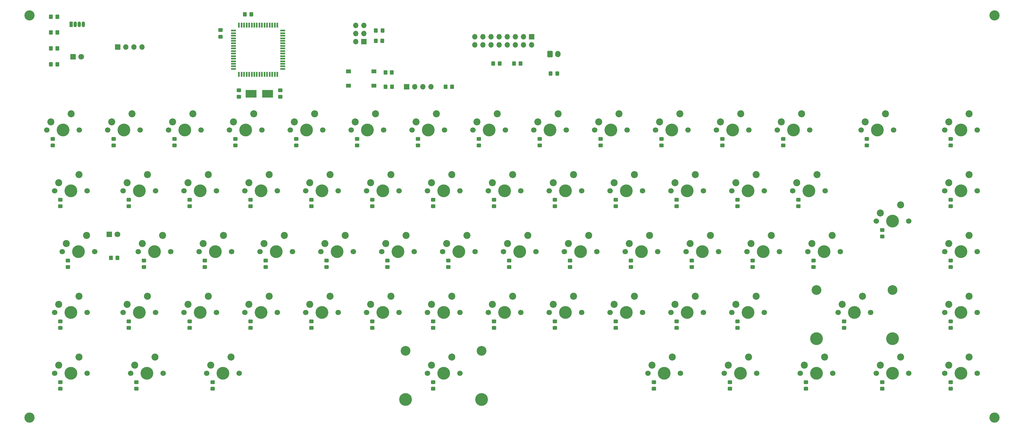
<source format=gbr>
G04 #@! TF.GenerationSoftware,KiCad,Pcbnew,7.0.9*
G04 #@! TF.CreationDate,2023-11-26T15:51:43+00:00*
G04 #@! TF.ProjectId,rosco_m68k_keyboard-2,726f7363-6f5f-46d3-9638-6b5f6b657962,0*
G04 #@! TF.SameCoordinates,Original*
G04 #@! TF.FileFunction,Soldermask,Bot*
G04 #@! TF.FilePolarity,Negative*
%FSLAX46Y46*%
G04 Gerber Fmt 4.6, Leading zero omitted, Abs format (unit mm)*
G04 Created by KiCad (PCBNEW 7.0.9) date 2023-11-26 15:51:43*
%MOMM*%
%LPD*%
G01*
G04 APERTURE LIST*
G04 Aperture macros list*
%AMRoundRect*
0 Rectangle with rounded corners*
0 $1 Rounding radius*
0 $2 $3 $4 $5 $6 $7 $8 $9 X,Y pos of 4 corners*
0 Add a 4 corners polygon primitive as box body*
4,1,4,$2,$3,$4,$5,$6,$7,$8,$9,$2,$3,0*
0 Add four circle primitives for the rounded corners*
1,1,$1+$1,$2,$3*
1,1,$1+$1,$4,$5*
1,1,$1+$1,$6,$7*
1,1,$1+$1,$8,$9*
0 Add four rect primitives between the rounded corners*
20,1,$1+$1,$2,$3,$4,$5,0*
20,1,$1+$1,$4,$5,$6,$7,0*
20,1,$1+$1,$6,$7,$8,$9,0*
20,1,$1+$1,$8,$9,$2,$3,0*%
G04 Aperture macros list end*
%ADD10R,1.700000X1.700000*%
%ADD11O,1.700000X1.700000*%
%ADD12RoundRect,0.250000X0.325000X0.450000X-0.325000X0.450000X-0.325000X-0.450000X0.325000X-0.450000X0*%
%ADD13RoundRect,0.250000X-0.600000X-0.750000X0.600000X-0.750000X0.600000X0.750000X-0.600000X0.750000X0*%
%ADD14O,1.700000X2.000000*%
%ADD15RoundRect,0.250000X0.350000X0.450000X-0.350000X0.450000X-0.350000X-0.450000X0.350000X-0.450000X0*%
%ADD16R,1.800000X1.800000*%
%ADD17C,1.800000*%
%ADD18R,1.070000X1.800000*%
%ADD19O,1.070000X1.800000*%
%ADD20R,1.500000X0.550000*%
%ADD21R,0.550000X1.500000*%
%ADD22C,1.700000*%
%ADD23C,4.000000*%
%ADD24C,2.200000*%
%ADD25C,3.200000*%
%ADD26C,3.050000*%
%ADD27RoundRect,0.250000X0.450000X-0.325000X0.450000X0.325000X-0.450000X0.325000X-0.450000X-0.325000X0*%
%ADD28RoundRect,0.250000X-0.325000X-0.450000X0.325000X-0.450000X0.325000X0.450000X-0.325000X0.450000X0*%
%ADD29R,1.550000X1.300000*%
%ADD30R,3.500000X2.400000*%
G04 APERTURE END LIST*
D10*
X170495600Y-95145800D03*
D11*
X167955600Y-95145800D03*
X170495600Y-92605800D03*
X167955600Y-92605800D03*
X170495600Y-90065800D03*
X167955600Y-90065800D03*
D12*
X228975000Y-105100000D03*
X231025000Y-105100000D03*
D13*
X228750000Y-99000000D03*
D14*
X231250000Y-99000000D03*
D15*
X196132200Y-109221400D03*
X198132200Y-109221400D03*
X179337400Y-109221400D03*
X177337400Y-109221400D03*
X179261200Y-104728400D03*
X177261200Y-104728400D03*
X74583000Y-97227300D03*
X72583000Y-97227300D03*
X74583000Y-92261200D03*
X72583000Y-92261200D03*
X74583000Y-87295100D03*
X72583000Y-87295100D03*
D16*
X90855000Y-155443300D03*
D17*
X93395000Y-155443300D03*
D15*
X72583000Y-102193500D03*
X74583000Y-102193500D03*
X93369600Y-162809300D03*
X91369600Y-162809300D03*
D10*
X223020000Y-93560000D03*
D11*
X223020000Y-96100000D03*
X220480000Y-93560000D03*
X220480000Y-96100000D03*
X217940000Y-93560000D03*
X217940000Y-96100000D03*
X215400000Y-93560000D03*
X215400000Y-96100000D03*
X212860000Y-93560000D03*
X212860000Y-96100000D03*
X210320000Y-93560000D03*
X210320000Y-96100000D03*
X207780000Y-93560000D03*
X207780000Y-96100000D03*
X205240000Y-93560000D03*
X205240000Y-96100000D03*
X101059800Y-96783700D03*
X98519800Y-96783700D03*
X95979800Y-96783700D03*
D10*
X93439800Y-96783700D03*
D11*
X191520000Y-109275000D03*
X188980000Y-109275000D03*
X186440000Y-109275000D03*
D10*
X183900000Y-109275000D03*
D18*
X78901200Y-89708100D03*
D19*
X80171200Y-89708100D03*
X81441200Y-89708100D03*
X82711200Y-89708100D03*
D16*
X79501200Y-99893500D03*
D17*
X82041200Y-99893500D03*
D20*
X145139000Y-91654500D03*
X145139000Y-92454500D03*
X145139000Y-93254500D03*
X145139000Y-94054500D03*
X145139000Y-94854500D03*
X145139000Y-95654500D03*
X145139000Y-96454500D03*
X145139000Y-97254500D03*
X145139000Y-98054500D03*
X145139000Y-98854500D03*
X145139000Y-99654500D03*
X145139000Y-100454500D03*
X145139000Y-101254500D03*
X145139000Y-102054500D03*
X145139000Y-102854500D03*
X145139000Y-103654500D03*
D21*
X143439000Y-105354500D03*
X142639000Y-105354500D03*
X141839000Y-105354500D03*
X141039000Y-105354500D03*
X140239000Y-105354500D03*
X139439000Y-105354500D03*
X138639000Y-105354500D03*
X137839000Y-105354500D03*
X137039000Y-105354500D03*
X136239000Y-105354500D03*
X135439000Y-105354500D03*
X134639000Y-105354500D03*
X133839000Y-105354500D03*
X133039000Y-105354500D03*
X132239000Y-105354500D03*
X131439000Y-105354500D03*
D20*
X129739000Y-103654500D03*
X129739000Y-102854500D03*
X129739000Y-102054500D03*
X129739000Y-101254500D03*
X129739000Y-100454500D03*
X129739000Y-99654500D03*
X129739000Y-98854500D03*
X129739000Y-98054500D03*
X129739000Y-97254500D03*
X129739000Y-96454500D03*
X129739000Y-95654500D03*
X129739000Y-94854500D03*
X129739000Y-94054500D03*
X129739000Y-93254500D03*
X129739000Y-92454500D03*
X129739000Y-91654500D03*
D21*
X131439000Y-89954500D03*
X132239000Y-89954500D03*
X133039000Y-89954500D03*
X133839000Y-89954500D03*
X134639000Y-89954500D03*
X135439000Y-89954500D03*
X136239000Y-89954500D03*
X137039000Y-89954500D03*
X137839000Y-89954500D03*
X138639000Y-89954500D03*
X139439000Y-89954500D03*
X140239000Y-89954500D03*
X141039000Y-89954500D03*
X141839000Y-89954500D03*
X142639000Y-89954500D03*
X143439000Y-89954500D03*
D22*
X71331200Y-122778700D03*
D23*
X76411200Y-122778700D03*
D22*
X81491200Y-122778700D03*
D24*
X78951200Y-117698700D03*
X72601200Y-120238700D03*
D25*
X367878700Y-86878700D03*
X367878700Y-212878700D03*
X65878700Y-212878700D03*
X65878700Y-86878700D03*
D22*
X195156200Y-160878700D03*
D23*
X200236200Y-160878700D03*
D22*
X205316200Y-160878700D03*
D24*
X202776200Y-155798700D03*
X196426200Y-158338700D03*
D22*
X121337400Y-198978700D03*
D23*
X126417400Y-198978700D03*
D22*
X131497400Y-198978700D03*
D24*
X128957400Y-193898700D03*
X122607400Y-196438700D03*
D22*
X171343700Y-179928700D03*
D23*
X176423700Y-179928700D03*
D22*
X181503700Y-179928700D03*
D24*
X178963700Y-174848700D03*
X172613700Y-177388700D03*
D22*
X90381200Y-122778700D03*
D23*
X95461200Y-122778700D03*
D22*
X100541200Y-122778700D03*
D24*
X98001200Y-117698700D03*
X91651200Y-120238700D03*
D22*
X259449900Y-198978700D03*
D23*
X264529900Y-198978700D03*
D22*
X269609900Y-198978700D03*
D24*
X267069900Y-193898700D03*
X260719900Y-196438700D03*
D22*
X252306200Y-160878700D03*
D23*
X257386200Y-160878700D03*
D22*
X262466200Y-160878700D03*
D24*
X259926200Y-155798700D03*
X253576200Y-158338700D03*
D22*
X152293700Y-179928700D03*
D23*
X157373700Y-179928700D03*
D22*
X162453700Y-179928700D03*
D24*
X159913700Y-174848700D03*
X153563700Y-177388700D03*
D22*
X247543700Y-179928700D03*
D23*
X252623700Y-179928700D03*
D22*
X257703700Y-179928700D03*
D24*
X255163700Y-174848700D03*
X248813700Y-177388700D03*
D22*
X176106200Y-160878700D03*
D23*
X181186200Y-160878700D03*
D22*
X186266200Y-160878700D03*
D24*
X183726200Y-155798700D03*
X177376200Y-158338700D03*
D22*
X138006200Y-160878700D03*
D23*
X143086200Y-160878700D03*
D22*
X148166200Y-160878700D03*
D24*
X145626200Y-155798700D03*
X139276200Y-158338700D03*
D22*
X266593700Y-141828700D03*
D23*
X271673700Y-141828700D03*
D22*
X276753700Y-141828700D03*
D24*
X274213700Y-136748700D03*
X267863700Y-139288700D03*
D22*
X352318700Y-141828700D03*
D23*
X357398700Y-141828700D03*
D22*
X362478700Y-141828700D03*
D24*
X359938700Y-136748700D03*
X353588700Y-139288700D03*
D22*
X171343700Y-141828700D03*
D23*
X176423700Y-141828700D03*
D22*
X181503700Y-141828700D03*
D24*
X178963700Y-136748700D03*
X172613700Y-139288700D03*
D22*
X280881200Y-122778700D03*
D23*
X285961200Y-122778700D03*
D22*
X291041200Y-122778700D03*
D24*
X288501200Y-117698700D03*
X282151200Y-120238700D03*
D22*
X128481200Y-122778700D03*
D23*
X133561200Y-122778700D03*
D22*
X138641200Y-122778700D03*
D24*
X136101200Y-117698700D03*
X129751200Y-120238700D03*
D22*
X326124900Y-122778700D03*
D23*
X331204900Y-122778700D03*
D22*
X336284900Y-122778700D03*
D24*
X333744900Y-117698700D03*
X327394900Y-120238700D03*
D22*
X204681200Y-122778700D03*
D23*
X209761200Y-122778700D03*
D22*
X214841200Y-122778700D03*
D24*
X212301200Y-117698700D03*
X205951200Y-120238700D03*
D22*
X73712400Y-198978700D03*
D23*
X78792400Y-198978700D03*
D22*
X83872400Y-198978700D03*
D24*
X81332400Y-193898700D03*
X74982400Y-196438700D03*
D22*
X307074900Y-198978700D03*
D23*
X312154900Y-198978700D03*
D22*
X317234900Y-198978700D03*
D24*
X314694900Y-193898700D03*
X308344900Y-196438700D03*
D22*
X209443700Y-179928700D03*
D23*
X214523700Y-179928700D03*
D22*
X219603700Y-179928700D03*
D24*
X217063700Y-174848700D03*
X210713700Y-177388700D03*
D22*
X190393700Y-141828700D03*
D23*
X195473700Y-141828700D03*
D22*
X200553700Y-141828700D03*
D24*
X198013700Y-136748700D03*
X191663700Y-139288700D03*
D22*
X73712400Y-141828700D03*
D23*
X78792400Y-141828700D03*
D22*
X83872400Y-141828700D03*
D24*
X81332400Y-136748700D03*
X74982400Y-139288700D03*
D22*
X76093700Y-160878700D03*
D23*
X81173700Y-160878700D03*
D22*
X86253700Y-160878700D03*
D24*
X83713700Y-155798700D03*
X77363700Y-158338700D03*
D22*
X228493700Y-179928700D03*
D23*
X233573700Y-179928700D03*
D22*
X238653700Y-179928700D03*
D24*
X236113700Y-174848700D03*
X229763700Y-177388700D03*
D22*
X95143700Y-141828700D03*
D23*
X100223700Y-141828700D03*
D22*
X105303700Y-141828700D03*
D24*
X102763700Y-136748700D03*
X96413700Y-139288700D03*
D22*
X114193700Y-179928700D03*
D23*
X119273700Y-179928700D03*
D22*
X124353700Y-179928700D03*
D24*
X121813700Y-174848700D03*
X115463700Y-177388700D03*
D22*
X223731200Y-122778700D03*
D23*
X228811200Y-122778700D03*
D22*
X233891200Y-122778700D03*
D24*
X231351200Y-117698700D03*
X225001200Y-120238700D03*
D22*
X190393700Y-179928700D03*
D23*
X195473700Y-179928700D03*
D22*
X200553700Y-179928700D03*
D24*
X198013700Y-174848700D03*
X191663700Y-177388700D03*
D22*
X166581200Y-122778700D03*
D23*
X171661200Y-122778700D03*
D22*
X176741200Y-122778700D03*
D24*
X174201200Y-117698700D03*
X167851200Y-120238700D03*
D22*
X95143700Y-179928700D03*
D23*
X100223700Y-179928700D03*
D22*
X105303700Y-179928700D03*
D24*
X102763700Y-174848700D03*
X96413700Y-177388700D03*
D22*
X309456200Y-160878700D03*
D23*
X314536200Y-160878700D03*
D22*
X319616200Y-160878700D03*
D24*
X317076200Y-155798700D03*
X310726200Y-158338700D03*
D22*
X109431200Y-122778700D03*
D23*
X114511200Y-122778700D03*
D22*
X119591200Y-122778700D03*
D24*
X117051200Y-117698700D03*
X110701200Y-120238700D03*
D26*
X183573700Y-191978700D03*
D23*
X183573700Y-207218700D03*
D22*
X190393700Y-198978700D03*
D23*
X195473700Y-198978700D03*
D22*
X200553700Y-198978700D03*
D26*
X207373700Y-191978700D03*
D23*
X207373700Y-207218700D03*
D24*
X198013700Y-193898700D03*
X191663700Y-196438700D03*
D22*
X214206200Y-160878700D03*
D23*
X219286200Y-160878700D03*
D22*
X224366200Y-160878700D03*
D24*
X221826200Y-155798700D03*
X215476200Y-158338700D03*
D22*
X352318700Y-198978700D03*
D23*
X357398700Y-198978700D03*
D22*
X362478700Y-198978700D03*
D24*
X359938700Y-193898700D03*
X353588700Y-196438700D03*
D22*
X283262400Y-198978700D03*
D23*
X288342400Y-198978700D03*
D22*
X293422400Y-198978700D03*
D24*
X290882400Y-193898700D03*
X284532400Y-196438700D03*
D22*
X352318700Y-160878700D03*
D23*
X357398700Y-160878700D03*
D22*
X362478700Y-160878700D03*
D24*
X359938700Y-155798700D03*
X353588700Y-158338700D03*
D22*
X247543700Y-141828700D03*
D23*
X252623700Y-141828700D03*
D22*
X257703700Y-141828700D03*
D24*
X255163700Y-136748700D03*
X248813700Y-139288700D03*
D22*
X352318700Y-122778700D03*
D23*
X357398700Y-122778700D03*
D22*
X362478700Y-122778700D03*
D24*
X359938700Y-117698700D03*
X353588700Y-120238700D03*
D22*
X285643700Y-179928700D03*
D23*
X290723700Y-179928700D03*
D22*
X295803700Y-179928700D03*
D24*
X293263700Y-174848700D03*
X286913700Y-177388700D03*
D22*
X73712400Y-179928700D03*
D23*
X78792400Y-179928700D03*
D22*
X83872400Y-179928700D03*
D24*
X81332400Y-174848700D03*
X74982400Y-177388700D03*
D22*
X285643700Y-141828700D03*
D23*
X290723700Y-141828700D03*
D22*
X295803700Y-141828700D03*
D24*
X293263700Y-136748700D03*
X286913700Y-139288700D03*
D22*
X290406200Y-160878700D03*
D23*
X295486200Y-160878700D03*
D22*
X300566200Y-160878700D03*
D24*
X298026200Y-155798700D03*
X291676200Y-158338700D03*
D22*
X114193680Y-141828680D03*
D23*
X119273680Y-141828680D03*
D22*
X124353680Y-141828680D03*
D24*
X121813680Y-136748680D03*
X115463680Y-139288680D03*
D22*
X209443680Y-141828680D03*
D23*
X214523680Y-141828680D03*
D22*
X219603680Y-141828680D03*
D24*
X217063680Y-136748680D03*
X210713680Y-139288680D03*
D22*
X133243680Y-179928680D03*
D23*
X138323680Y-179928680D03*
D22*
X143403680Y-179928680D03*
D24*
X140863680Y-174848680D03*
X134513680Y-177388680D03*
D22*
X330887400Y-198978700D03*
D23*
X335967400Y-198978700D03*
D22*
X341047400Y-198978700D03*
D24*
X338507400Y-193898700D03*
X332157400Y-196438700D03*
D22*
X271356180Y-160878680D03*
D23*
X276436180Y-160878680D03*
D22*
X281516180Y-160878680D03*
D24*
X278976180Y-155798680D03*
X272626180Y-158338680D03*
D22*
X99906180Y-160878680D03*
D23*
X104986180Y-160878680D03*
D22*
X110066180Y-160878680D03*
D24*
X107526180Y-155798680D03*
X101176180Y-158338680D03*
D22*
X304693680Y-141828680D03*
D23*
X309773680Y-141828680D03*
D22*
X314853680Y-141828680D03*
D24*
X312313680Y-136748680D03*
X305963680Y-139288680D03*
D22*
X266593700Y-179928700D03*
D23*
X271673700Y-179928700D03*
D22*
X276753700Y-179928700D03*
D24*
X274213700Y-174848700D03*
X267863700Y-177388700D03*
D22*
X152293700Y-141828700D03*
D23*
X157373700Y-141828700D03*
D22*
X162453700Y-141828700D03*
D24*
X159913700Y-136748700D03*
X153563700Y-139288700D03*
D26*
X312161200Y-172928700D03*
D23*
X312161200Y-188168700D03*
D22*
X318981200Y-179928700D03*
D23*
X324061200Y-179928700D03*
D22*
X329141200Y-179928700D03*
D26*
X335961200Y-172928700D03*
D23*
X335961200Y-188168700D03*
D24*
X326601200Y-174848700D03*
X320251200Y-177388700D03*
D22*
X228493700Y-141828700D03*
D23*
X233573700Y-141828700D03*
D22*
X238653700Y-141828700D03*
D24*
X236113700Y-136748700D03*
X229763700Y-139288700D03*
D22*
X352318700Y-179928700D03*
D23*
X357398700Y-179928700D03*
D22*
X362478700Y-179928700D03*
D24*
X359938700Y-174848700D03*
X353588700Y-177388700D03*
D22*
X133243700Y-141828700D03*
D23*
X138323700Y-141828700D03*
D22*
X143403700Y-141828700D03*
D24*
X140863700Y-136748700D03*
X134513700Y-139288700D03*
D22*
X261831200Y-122778700D03*
D23*
X266911200Y-122778700D03*
D22*
X271991200Y-122778700D03*
D24*
X269451200Y-117698700D03*
X263101200Y-120238700D03*
D22*
X157056200Y-160878700D03*
D23*
X162136200Y-160878700D03*
D22*
X167216200Y-160878700D03*
D24*
X164676200Y-155798700D03*
X158326200Y-158338700D03*
D22*
X330887400Y-151353700D03*
D23*
X335967400Y-151353700D03*
D22*
X341047400Y-151353700D03*
D24*
X338507400Y-146273700D03*
X332157400Y-148813700D03*
D22*
X147531200Y-122778700D03*
D23*
X152611200Y-122778700D03*
D22*
X157691200Y-122778700D03*
D24*
X155151200Y-117698700D03*
X148801200Y-120238700D03*
D22*
X299931200Y-122778700D03*
D23*
X305011200Y-122778700D03*
D22*
X310091200Y-122778700D03*
D24*
X307551200Y-117698700D03*
X301201200Y-120238700D03*
D22*
X97524900Y-198978700D03*
D23*
X102604900Y-198978700D03*
D22*
X107684900Y-198978700D03*
D24*
X105144900Y-193898700D03*
X98794900Y-196438700D03*
D22*
X233256200Y-160878700D03*
D23*
X238336200Y-160878700D03*
D22*
X243416200Y-160878700D03*
D24*
X240876200Y-155798700D03*
X234526200Y-158338700D03*
D22*
X118956200Y-160878700D03*
D23*
X124036200Y-160878700D03*
D22*
X129116200Y-160878700D03*
D24*
X126576200Y-155798700D03*
X120226200Y-158338700D03*
D22*
X242781200Y-122778700D03*
D23*
X247861200Y-122778700D03*
D22*
X252941200Y-122778700D03*
D24*
X250401200Y-117698700D03*
X244051200Y-120238700D03*
D22*
X185631200Y-122778700D03*
D23*
X190711200Y-122778700D03*
D22*
X195791200Y-122778700D03*
D24*
X193251200Y-117698700D03*
X186901200Y-120238700D03*
D27*
X73151200Y-127613700D03*
X73151200Y-125563700D03*
D12*
X213025000Y-102000000D03*
X210975000Y-102000000D03*
D28*
X217475000Y-102000000D03*
X219525000Y-102000000D03*
D27*
X125659400Y-93561500D03*
X125659400Y-91511500D03*
D28*
X133229800Y-86583700D03*
X135279800Y-86583700D03*
D27*
X131391400Y-112425100D03*
X131391400Y-110375100D03*
X144391400Y-112425100D03*
X144391400Y-110375100D03*
D12*
X176325000Y-91600000D03*
X174275000Y-91600000D03*
X176300000Y-94900000D03*
X174250000Y-94900000D03*
D29*
X165733200Y-108902000D03*
X173683200Y-108902000D03*
X165733200Y-104402000D03*
X173683200Y-104402000D03*
D30*
X135191400Y-111425100D03*
X140391400Y-111425100D03*
D27*
X354138700Y-165713700D03*
X354138700Y-163663700D03*
X292226200Y-165713700D03*
X292226200Y-163663700D03*
X123157400Y-203813700D03*
X123157400Y-201763700D03*
X75532400Y-184763700D03*
X75532400Y-182713700D03*
X177926200Y-165713700D03*
X177926200Y-163663700D03*
X211263700Y-184763700D03*
X211263700Y-182713700D03*
X320801200Y-184763700D03*
X320801200Y-182713700D03*
X268413700Y-184763700D03*
X268413700Y-182713700D03*
X135063700Y-184763700D03*
X135063700Y-182713700D03*
X332707400Y-156188700D03*
X332707400Y-154138700D03*
X308894900Y-203813700D03*
X308894900Y-201763700D03*
X187451200Y-127613700D03*
X187451200Y-125563700D03*
X96963700Y-146663700D03*
X96963700Y-144613700D03*
X287463700Y-184763700D03*
X287463700Y-182713700D03*
X287463700Y-146663700D03*
X287463700Y-144613700D03*
X75532400Y-203813700D03*
X75532400Y-201763700D03*
X354138700Y-127613700D03*
X354138700Y-125563700D03*
X168401200Y-127613700D03*
X168401200Y-125563700D03*
X173163700Y-184763700D03*
X173163700Y-182713700D03*
X96963700Y-184763700D03*
X96963700Y-182713700D03*
X306513700Y-146663700D03*
X306513700Y-144613700D03*
X354138700Y-203813700D03*
X354138700Y-201763700D03*
X311276200Y-165713700D03*
X311276200Y-163663700D03*
X116013700Y-146663700D03*
X116013700Y-144613700D03*
X230313700Y-146663700D03*
X230313700Y-144613700D03*
X192213700Y-146663700D03*
X192213700Y-144613700D03*
X211263700Y-146663700D03*
X211263700Y-144613700D03*
X154113700Y-146663700D03*
X154113700Y-144613700D03*
X120776200Y-165713700D03*
X120776200Y-163663700D03*
X332707400Y-203813700D03*
X332707400Y-201763700D03*
X75532400Y-146663700D03*
X75532400Y-144613700D03*
X244601200Y-127613700D03*
X244601200Y-125563700D03*
X263651200Y-127613700D03*
X263651200Y-125563700D03*
X77913700Y-165713700D03*
X77913700Y-163663700D03*
X192213700Y-203813700D03*
X192213700Y-201763700D03*
X206501200Y-127613700D03*
X206501200Y-125563700D03*
X354138700Y-146663700D03*
X354138700Y-144613700D03*
X254126200Y-165713700D03*
X254126200Y-163663700D03*
X327944900Y-127613700D03*
X327944900Y-125563700D03*
X249363700Y-184763700D03*
X249363700Y-182713700D03*
X192213700Y-184763700D03*
X192213700Y-182713700D03*
X282701200Y-127613700D03*
X282701200Y-125563700D03*
X101726200Y-165713700D03*
X101726200Y-163663700D03*
X268413700Y-146663700D03*
X268413700Y-144613700D03*
X273176200Y-165713700D03*
X273176200Y-163663700D03*
X285082400Y-203813700D03*
X285082400Y-201763700D03*
X216026200Y-165713700D03*
X216026200Y-163663700D03*
X261269900Y-203813700D03*
X261269900Y-201763700D03*
X99344900Y-203813700D03*
X99344900Y-201763700D03*
X354138700Y-184763700D03*
X354138700Y-182713700D03*
X92201200Y-127613700D03*
X92201200Y-125563700D03*
X196976200Y-165713700D03*
X196976200Y-163663700D03*
X135063700Y-146663700D03*
X135063700Y-144613700D03*
X149351200Y-127613700D03*
X149351200Y-125563700D03*
X139826200Y-165713700D03*
X139826200Y-163663700D03*
X116013700Y-184763700D03*
X116013700Y-182713700D03*
X158876200Y-165713700D03*
X158876200Y-163663700D03*
X301751200Y-127613700D03*
X301751200Y-125563700D03*
X249363700Y-146663700D03*
X249363700Y-144613700D03*
X154113700Y-184763700D03*
X154113700Y-182713700D03*
X235076200Y-165713700D03*
X235076200Y-163663700D03*
X230313700Y-184763700D03*
X230313700Y-182713700D03*
X111251200Y-127613700D03*
X111251200Y-125563700D03*
X173163700Y-146663700D03*
X173163700Y-144613700D03*
X225551200Y-127613700D03*
X225551200Y-125563700D03*
X130301200Y-127613700D03*
X130301200Y-125563700D03*
M02*

</source>
